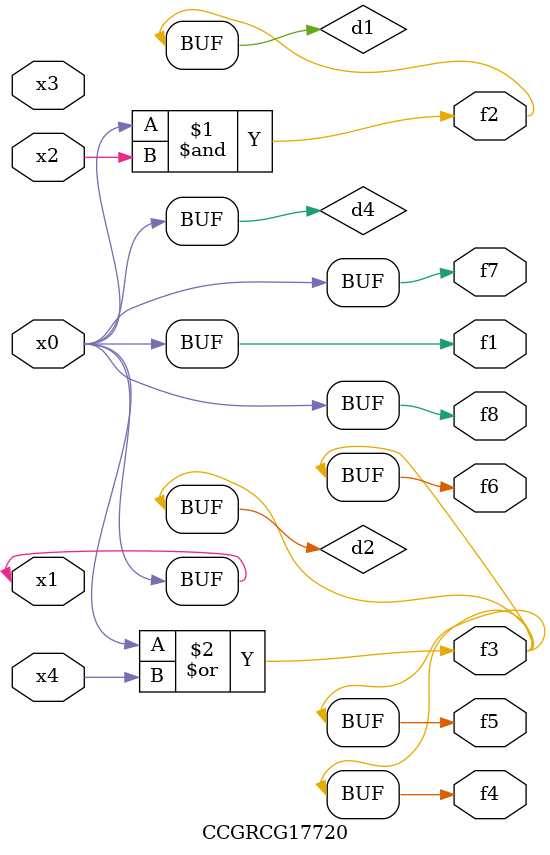
<source format=v>
module CCGRCG17720(
	input x0, x1, x2, x3, x4,
	output f1, f2, f3, f4, f5, f6, f7, f8
);

	wire d1, d2, d3, d4;

	and (d1, x0, x2);
	or (d2, x0, x4);
	nand (d3, x0, x2);
	buf (d4, x0, x1);
	assign f1 = d4;
	assign f2 = d1;
	assign f3 = d2;
	assign f4 = d2;
	assign f5 = d2;
	assign f6 = d2;
	assign f7 = d4;
	assign f8 = d4;
endmodule

</source>
